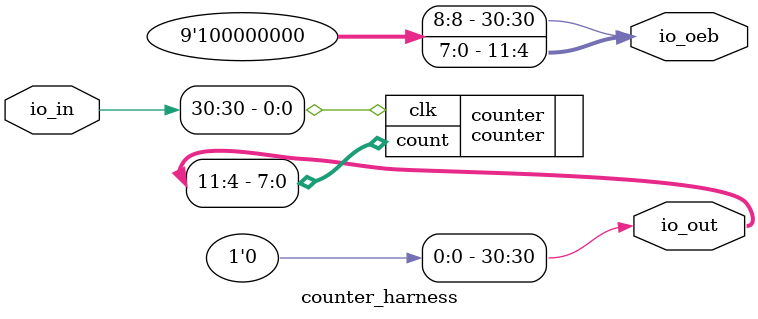
<source format=v>
`include "counter.v"

module counter_harness(
    input [37:0] io_in,
    output [37:0] io_out,
    output [37:0] io_oeb,
);

counter counter(
    .clk(io_in[30]),
    .count(io_out[11:4])
);

assign io_oeb[30] = 1;
assign io_out[30] = 0;

assign io_oeb[11:4] = 0;

endmodule

</source>
